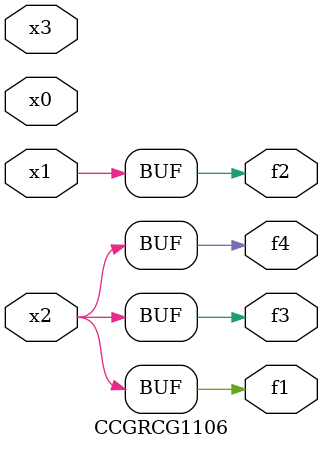
<source format=v>
module CCGRCG1106(
	input x0, x1, x2, x3,
	output f1, f2, f3, f4
);
	assign f1 = x2;
	assign f2 = x1;
	assign f3 = x2;
	assign f4 = x2;
endmodule

</source>
